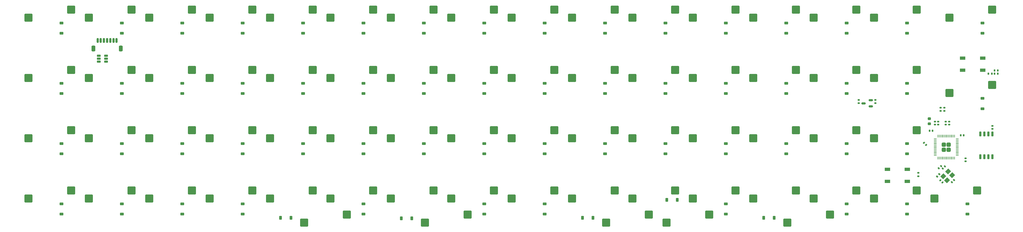
<source format=gbp>
G04 #@! TF.GenerationSoftware,KiCad,Pcbnew,8.0.2-1.fc39*
G04 #@! TF.CreationDate,2024-06-01T14:36:52-04:00*
G04 #@! TF.ProjectId,KeychronQ9OrthoIntegrated,4b657963-6872-46f6-9e51-394f7274686f,rev?*
G04 #@! TF.SameCoordinates,Original*
G04 #@! TF.FileFunction,Paste,Bot*
G04 #@! TF.FilePolarity,Positive*
%FSLAX46Y46*%
G04 Gerber Fmt 4.6, Leading zero omitted, Abs format (unit mm)*
G04 Created by KiCad (PCBNEW 8.0.2-1.fc39) date 2024-06-01 14:36:52*
%MOMM*%
%LPD*%
G01*
G04 APERTURE LIST*
G04 Aperture macros list*
%AMRoundRect*
0 Rectangle with rounded corners*
0 $1 Rounding radius*
0 $2 $3 $4 $5 $6 $7 $8 $9 X,Y pos of 4 corners*
0 Add a 4 corners polygon primitive as box body*
4,1,4,$2,$3,$4,$5,$6,$7,$8,$9,$2,$3,0*
0 Add four circle primitives for the rounded corners*
1,1,$1+$1,$2,$3*
1,1,$1+$1,$4,$5*
1,1,$1+$1,$6,$7*
1,1,$1+$1,$8,$9*
0 Add four rect primitives between the rounded corners*
20,1,$1+$1,$2,$3,$4,$5,0*
20,1,$1+$1,$4,$5,$6,$7,0*
20,1,$1+$1,$6,$7,$8,$9,0*
20,1,$1+$1,$8,$9,$2,$3,0*%
%AMRotRect*
0 Rectangle, with rotation*
0 The origin of the aperture is its center*
0 $1 length*
0 $2 width*
0 $3 Rotation angle, in degrees counterclockwise*
0 Add horizontal line*
21,1,$1,$2,0,0,$3*%
G04 Aperture macros list end*
%ADD10RoundRect,0.140000X0.170000X-0.140000X0.170000X0.140000X-0.170000X0.140000X-0.170000X-0.140000X0*%
%ADD11RoundRect,0.250000X1.025000X1.000000X-1.025000X1.000000X-1.025000X-1.000000X1.025000X-1.000000X0*%
%ADD12RoundRect,0.225000X0.375000X-0.225000X0.375000X0.225000X-0.375000X0.225000X-0.375000X-0.225000X0*%
%ADD13RoundRect,0.150000X0.475000X0.150000X-0.475000X0.150000X-0.475000X-0.150000X0.475000X-0.150000X0*%
%ADD14RoundRect,0.225000X0.225000X0.375000X-0.225000X0.375000X-0.225000X-0.375000X0.225000X-0.375000X0*%
%ADD15RoundRect,0.135000X-0.135000X-0.185000X0.135000X-0.185000X0.135000X0.185000X-0.135000X0.185000X0*%
%ADD16RoundRect,0.135000X-0.185000X0.135000X-0.185000X-0.135000X0.185000X-0.135000X0.185000X0.135000X0*%
%ADD17RoundRect,0.140000X0.021213X-0.219203X0.219203X-0.021213X-0.021213X0.219203X-0.219203X0.021213X0*%
%ADD18RoundRect,0.225000X-0.225000X-0.375000X0.225000X-0.375000X0.225000X0.375000X-0.225000X0.375000X0*%
%ADD19RoundRect,0.140000X-0.140000X-0.170000X0.140000X-0.170000X0.140000X0.170000X-0.140000X0.170000X0*%
%ADD20RoundRect,0.140000X-0.170000X0.140000X-0.170000X-0.140000X0.170000X-0.140000X0.170000X0.140000X0*%
%ADD21RoundRect,0.250000X-1.025000X-1.000000X1.025000X-1.000000X1.025000X1.000000X-1.025000X1.000000X0*%
%ADD22R,1.700000X1.000000*%
%ADD23RoundRect,0.249999X0.395001X0.395001X-0.395001X0.395001X-0.395001X-0.395001X0.395001X-0.395001X0*%
%ADD24RoundRect,0.050000X0.387500X0.050000X-0.387500X0.050000X-0.387500X-0.050000X0.387500X-0.050000X0*%
%ADD25RoundRect,0.050000X0.050000X0.387500X-0.050000X0.387500X-0.050000X-0.387500X0.050000X-0.387500X0*%
%ADD26RoundRect,0.150000X0.512500X0.150000X-0.512500X0.150000X-0.512500X-0.150000X0.512500X-0.150000X0*%
%ADD27RoundRect,0.150000X-0.150000X-0.625000X0.150000X-0.625000X0.150000X0.625000X-0.150000X0.625000X0*%
%ADD28RoundRect,0.250000X-0.350000X-0.650000X0.350000X-0.650000X0.350000X0.650000X-0.350000X0.650000X0*%
%ADD29RoundRect,0.140000X-0.021213X0.219203X-0.219203X0.021213X0.021213X-0.219203X0.219203X-0.021213X0*%
%ADD30RoundRect,0.225000X-0.250000X0.225000X-0.250000X-0.225000X0.250000X-0.225000X0.250000X0.225000X0*%
%ADD31RotRect,1.400000X1.200000X45.000000*%
%ADD32RoundRect,0.150000X0.150000X-0.650000X0.150000X0.650000X-0.150000X0.650000X-0.150000X-0.650000X0*%
%ADD33RoundRect,0.140000X0.219203X0.021213X0.021213X0.219203X-0.219203X-0.021213X-0.021213X-0.219203X0*%
%ADD34RoundRect,0.140000X0.140000X0.170000X-0.140000X0.170000X-0.140000X-0.170000X0.140000X-0.170000X0*%
%ADD35RoundRect,0.135000X0.035355X-0.226274X0.226274X-0.035355X-0.035355X0.226274X-0.226274X0.035355X0*%
G04 APERTURE END LIST*
D10*
G04 #@! TO.C,C2*
X285154448Y-49884600D03*
X285154448Y-48924600D03*
G04 #@! TD*
D11*
G04 #@! TO.C,MX54*
X113290000Y-80010000D03*
X126740000Y-77470000D03*
G04 #@! TD*
G04 #@! TO.C,MX9*
X170440000Y-22860000D03*
X183890000Y-20320000D03*
G04 #@! TD*
D12*
G04 #@! TO.C,D6*
X123731928Y-27843750D03*
X123731928Y-24543750D03*
G04 #@! TD*
G04 #@! TO.C,D56*
X161831896Y-84993750D03*
X161831896Y-81693750D03*
G04 #@! TD*
D11*
G04 #@! TO.C,MX37*
X94240000Y-60960000D03*
X107690000Y-58420000D03*
G04 #@! TD*
D13*
G04 #@! TO.C,U2*
X42549184Y-34917548D03*
X42549184Y-35867548D03*
X42549184Y-36817548D03*
X40199184Y-36817548D03*
X40199184Y-35867548D03*
X40199184Y-34917548D03*
G04 #@! TD*
D12*
G04 #@! TO.C,D43*
X218981848Y-65943750D03*
X218981848Y-62643750D03*
G04 #@! TD*
D11*
G04 #@! TO.C,MX20*
X75190000Y-41910000D03*
X88640000Y-39370000D03*
G04 #@! TD*
D12*
G04 #@! TO.C,D1*
X28482008Y-27843750D03*
X28482008Y-24543750D03*
G04 #@! TD*
G04 #@! TO.C,D3*
X66581976Y-27843750D03*
X66581976Y-24543750D03*
G04 #@! TD*
G04 #@! TO.C,D17*
X28482008Y-46893750D03*
X28482008Y-43593750D03*
G04 #@! TD*
G04 #@! TO.C,D11*
X218981848Y-27843750D03*
X218981848Y-24543750D03*
G04 #@! TD*
G04 #@! TO.C,D45*
X257081816Y-65943750D03*
X257081816Y-62643750D03*
G04 #@! TD*
D11*
G04 #@! TO.C,MX49*
X37090000Y-80010000D03*
X50540000Y-77470000D03*
G04 #@! TD*
D12*
G04 #@! TO.C,D64*
X295181784Y-84993750D03*
X295181784Y-81693750D03*
G04 #@! TD*
D11*
G04 #@! TO.C,MX36*
X75190000Y-60960000D03*
X88640000Y-58420000D03*
G04 #@! TD*
D12*
G04 #@! TO.C,D65*
X314231768Y-84993750D03*
X314231768Y-81693750D03*
G04 #@! TD*
D10*
G04 #@! TO.C,C1*
X279945468Y-49884600D03*
X279945468Y-48924600D03*
G04 #@! TD*
D11*
G04 #@! TO.C,MX16*
X308552500Y-22860000D03*
X322002500Y-20320000D03*
G04 #@! TD*
D12*
G04 #@! TO.C,D27*
X218981848Y-46893750D03*
X218981848Y-43593750D03*
G04 #@! TD*
D14*
G04 #@! TO.C,D59*
X222709375Y-80466352D03*
X219409375Y-80466352D03*
G04 #@! TD*
D11*
G04 #@! TO.C,MX5*
X94240000Y-22860000D03*
X107690000Y-20320000D03*
G04 #@! TD*
D15*
G04 #@! TO.C,R4*
X322800276Y-40574184D03*
X323820276Y-40574184D03*
G04 #@! TD*
D11*
G04 #@! TO.C,MX35*
X56140000Y-60960000D03*
X69590000Y-58420000D03*
G04 #@! TD*
D12*
G04 #@! TO.C,D44*
X238031832Y-65943750D03*
X238031832Y-62643750D03*
G04 #@! TD*
G04 #@! TO.C,D51*
X85631960Y-84993750D03*
X85631960Y-81693750D03*
G04 #@! TD*
G04 #@! TO.C,D22*
X123731928Y-46893750D03*
X123731928Y-43593750D03*
G04 #@! TD*
D11*
G04 #@! TO.C,MX59*
X208540000Y-80010000D03*
X221990000Y-77470000D03*
G04 #@! TD*
G04 #@! TO.C,MX30*
X265690000Y-41910000D03*
X279140000Y-39370000D03*
G04 #@! TD*
G04 #@! TO.C,MX44*
X227590000Y-60960000D03*
X241040000Y-58420000D03*
G04 #@! TD*
D16*
G04 #@! TO.C,R8*
X305748572Y-51375112D03*
X305748572Y-52395112D03*
G04 #@! TD*
D12*
G04 #@! TO.C,D13*
X257081816Y-27843750D03*
X257081816Y-24543750D03*
G04 #@! TD*
D11*
G04 #@! TO.C,MX50*
X56140000Y-80010000D03*
X69590000Y-77470000D03*
G04 #@! TD*
D12*
G04 #@! TO.C,D15*
X295181784Y-27843750D03*
X295181784Y-24543750D03*
G04 #@! TD*
D17*
G04 #@! TO.C,C10*
X309278689Y-74846379D03*
X309957511Y-74167557D03*
G04 #@! TD*
D11*
G04 #@! TO.C,MX56*
X151390000Y-80010000D03*
X164840000Y-77470000D03*
G04 #@! TD*
D12*
G04 #@! TO.C,D31*
X295181784Y-46893750D03*
X295181784Y-43593750D03*
G04 #@! TD*
G04 #@! TO.C,D41*
X180881880Y-65943750D03*
X180881880Y-62643750D03*
G04 #@! TD*
D11*
G04 #@! TO.C,MX47*
X284740000Y-60960000D03*
X298190000Y-58420000D03*
G04 #@! TD*
D16*
G04 #@! TO.C,R7*
X306939196Y-51375112D03*
X306939196Y-52395112D03*
G04 #@! TD*
D18*
G04 #@! TO.C,D62*
X249968750Y-86121875D03*
X253268750Y-86121875D03*
G04 #@! TD*
D19*
G04 #@! TO.C,C7*
X312114660Y-60070652D03*
X313074660Y-60070652D03*
G04 #@! TD*
D12*
G04 #@! TO.C,D29*
X257081816Y-46893750D03*
X257081816Y-43593750D03*
G04 #@! TD*
D11*
G04 #@! TO.C,MX42*
X189490000Y-60960000D03*
X202940000Y-58420000D03*
G04 #@! TD*
G04 #@! TO.C,MX1*
X18040000Y-22860000D03*
X31490000Y-20320000D03*
G04 #@! TD*
D12*
G04 #@! TO.C,D19*
X66581976Y-46893750D03*
X66581976Y-43593750D03*
G04 #@! TD*
D11*
G04 #@! TO.C,MX65*
X303790000Y-80010000D03*
X317240000Y-77470000D03*
G04 #@! TD*
G04 #@! TO.C,MX40*
X151390000Y-60960000D03*
X164840000Y-58420000D03*
G04 #@! TD*
D12*
G04 #@! TO.C,D30*
X276131800Y-46893750D03*
X276131800Y-43593750D03*
G04 #@! TD*
D20*
G04 #@! TO.C,C8*
X313636456Y-67329708D03*
X313636456Y-68289708D03*
G04 #@! TD*
D12*
G04 #@! TO.C,D12*
X238031832Y-27843750D03*
X238031832Y-24543750D03*
G04 #@! TD*
D10*
G04 #@! TO.C,C3*
X305004432Y-56681124D03*
X305004432Y-55721124D03*
G04 #@! TD*
D12*
G04 #@! TO.C,D7*
X142781912Y-27843750D03*
X142781912Y-24543750D03*
G04 #@! TD*
D11*
G04 #@! TO.C,MX28*
X227590000Y-41910000D03*
X241040000Y-39370000D03*
G04 #@! TD*
D18*
G04 #@! TO.C,D55*
X135668750Y-86270644D03*
X138968750Y-86270644D03*
G04 #@! TD*
D21*
G04 #@! TO.C,MX67*
X270884792Y-85090000D03*
X257434792Y-87630000D03*
G04 #@! TD*
D12*
G04 #@! TO.C,D38*
X123731928Y-65943750D03*
X123731928Y-62643750D03*
G04 #@! TD*
D11*
G04 #@! TO.C,MX63*
X265690000Y-80010000D03*
X279140000Y-77470000D03*
G04 #@! TD*
D12*
G04 #@! TO.C,D23*
X142781912Y-46893750D03*
X142781912Y-43593750D03*
G04 #@! TD*
G04 #@! TO.C,D18*
X47531992Y-46893750D03*
X47531992Y-43593750D03*
G04 #@! TD*
D15*
G04 #@! TO.C,R6*
X322800276Y-39532388D03*
X323820276Y-39532388D03*
G04 #@! TD*
D11*
G04 #@! TO.C,MX19*
X56140000Y-41910000D03*
X69590000Y-39370000D03*
G04 #@! TD*
D22*
G04 #@! TO.C,RST1*
X295250000Y-70821032D03*
X288950000Y-70821032D03*
X295250000Y-74621032D03*
X288950000Y-74621032D03*
G04 #@! TD*
D11*
G04 #@! TO.C,MX51*
X75190000Y-80010000D03*
X88640000Y-77470000D03*
G04 #@! TD*
D23*
G04 #@! TO.C,U3*
X308334508Y-64591352D03*
X308334508Y-62991352D03*
X306734508Y-64591352D03*
X306734508Y-62991352D03*
D24*
X310972008Y-61191352D03*
X310972008Y-61591352D03*
X310972008Y-61991352D03*
X310972008Y-62391352D03*
X310972008Y-62791352D03*
X310972008Y-63191352D03*
X310972008Y-63591352D03*
X310972008Y-63991352D03*
X310972008Y-64391352D03*
X310972008Y-64791352D03*
X310972008Y-65191352D03*
X310972008Y-65591352D03*
X310972008Y-65991352D03*
X310972008Y-66391352D03*
D25*
X310134508Y-67228852D03*
X309734508Y-67228852D03*
X309334508Y-67228852D03*
X308934508Y-67228852D03*
X308534508Y-67228852D03*
X308134508Y-67228852D03*
X307734508Y-67228852D03*
X307334508Y-67228852D03*
X306934508Y-67228852D03*
X306534508Y-67228852D03*
X306134508Y-67228852D03*
X305734508Y-67228852D03*
X305334508Y-67228852D03*
X304934508Y-67228852D03*
D24*
X304097008Y-66391352D03*
X304097008Y-65991352D03*
X304097008Y-65591352D03*
X304097008Y-65191352D03*
X304097008Y-64791352D03*
X304097008Y-64391352D03*
X304097008Y-63991352D03*
X304097008Y-63591352D03*
X304097008Y-63191352D03*
X304097008Y-62791352D03*
X304097008Y-62391352D03*
X304097008Y-61991352D03*
X304097008Y-61591352D03*
X304097008Y-61191352D03*
D25*
X304934508Y-60353852D03*
X305334508Y-60353852D03*
X305734508Y-60353852D03*
X306134508Y-60353852D03*
X306534508Y-60353852D03*
X306934508Y-60353852D03*
X307334508Y-60353852D03*
X307734508Y-60353852D03*
X308134508Y-60353852D03*
X308534508Y-60353852D03*
X308934508Y-60353852D03*
X309334508Y-60353852D03*
X309734508Y-60353852D03*
X310134508Y-60353852D03*
G04 #@! TD*
D12*
G04 #@! TO.C,D21*
X104681944Y-46893750D03*
X104681944Y-43593750D03*
G04 #@! TD*
G04 #@! TO.C,D49*
X47531992Y-84993750D03*
X47531992Y-81693750D03*
G04 #@! TD*
D26*
G04 #@! TO.C,U1*
X283712500Y-49000348D03*
X283712500Y-50900348D03*
X281437500Y-49950348D03*
G04 #@! TD*
D18*
G04 #@! TO.C,D52*
X97568750Y-86121875D03*
X100868750Y-86121875D03*
G04 #@! TD*
D11*
G04 #@! TO.C,MX31*
X284740000Y-41910000D03*
X298190000Y-39370000D03*
G04 #@! TD*
D12*
G04 #@! TO.C,D4*
X85631960Y-27843750D03*
X85631960Y-24543750D03*
G04 #@! TD*
D11*
G04 #@! TO.C,MX10*
X189490000Y-22860000D03*
X202940000Y-20320000D03*
G04 #@! TD*
D12*
G04 #@! TO.C,D50*
X66581976Y-84993750D03*
X66581976Y-81693750D03*
G04 #@! TD*
D11*
G04 #@! TO.C,MX12*
X227590000Y-22860000D03*
X241040000Y-20320000D03*
G04 #@! TD*
G04 #@! TO.C,MX23*
X132340000Y-41910000D03*
X145790000Y-39370000D03*
G04 #@! TD*
G04 #@! TO.C,MX17*
X18040000Y-41910000D03*
X31490000Y-39370000D03*
G04 #@! TD*
D27*
G04 #@! TO.C,J1*
X39862464Y-30077708D03*
X40862464Y-30077708D03*
X41862464Y-30077708D03*
X42862464Y-30077708D03*
X43862464Y-30077708D03*
X44862464Y-30077708D03*
X45862464Y-30077708D03*
D28*
X38562464Y-32602708D03*
X47162464Y-32602708D03*
G04 #@! TD*
D11*
G04 #@! TO.C,MX24*
X151390000Y-41910000D03*
X164840000Y-39370000D03*
G04 #@! TD*
D12*
G04 #@! TO.C,D61*
X238031832Y-84993750D03*
X238031832Y-81693750D03*
G04 #@! TD*
G04 #@! TO.C,D35*
X66581976Y-65943750D03*
X66581976Y-62643750D03*
G04 #@! TD*
D29*
G04 #@! TO.C,C13*
X307072937Y-69896056D03*
X306394115Y-70574878D03*
G04 #@! TD*
D12*
G04 #@! TO.C,D32*
X318994264Y-51656250D03*
X318994264Y-48356250D03*
G04 #@! TD*
D11*
G04 #@! TO.C,MX27*
X208540000Y-41910000D03*
X221990000Y-39370000D03*
G04 #@! TD*
G04 #@! TO.C,MX26*
X189490000Y-41910000D03*
X202940000Y-39370000D03*
G04 #@! TD*
D12*
G04 #@! TO.C,D48*
X28482008Y-84993750D03*
X28482008Y-81693750D03*
G04 #@! TD*
G04 #@! TO.C,D26*
X199931864Y-46893750D03*
X199931864Y-43593750D03*
G04 #@! TD*
D11*
G04 #@! TO.C,MX13*
X246640000Y-22860000D03*
X260090000Y-20320000D03*
G04 #@! TD*
D21*
G04 #@! TO.C,MX53*
X118485000Y-85090000D03*
X105035000Y-87630000D03*
G04 #@! TD*
D30*
G04 #@! TO.C,C5*
X302176700Y-54830812D03*
X302176700Y-56380812D03*
G04 #@! TD*
D12*
G04 #@! TO.C,D39*
X142781912Y-65943750D03*
X142781912Y-62643750D03*
G04 #@! TD*
D31*
G04 #@! TO.C,Y1*
X306602134Y-73046637D03*
X308157769Y-71491002D03*
X309359850Y-72693083D03*
X307804215Y-74248718D03*
G04 #@! TD*
D11*
G04 #@! TO.C,MX62*
X246640000Y-80010000D03*
X260090000Y-77470000D03*
G04 #@! TD*
D10*
G04 #@! TO.C,C16*
X308427476Y-56681124D03*
X308427476Y-55721124D03*
G04 #@! TD*
D11*
G04 #@! TO.C,MX4*
X75190000Y-22860000D03*
X88640000Y-20320000D03*
G04 #@! TD*
G04 #@! TO.C,MX43*
X208540000Y-60960000D03*
X221990000Y-58420000D03*
G04 #@! TD*
G04 #@! TO.C,MX52*
X94240000Y-80010000D03*
X107690000Y-77470000D03*
G04 #@! TD*
G04 #@! TO.C,MX41*
X170440000Y-60960000D03*
X183890000Y-58420000D03*
G04 #@! TD*
D12*
G04 #@! TO.C,D9*
X180881880Y-27843750D03*
X180881880Y-24543750D03*
G04 #@! TD*
D11*
G04 #@! TO.C,MX15*
X284740000Y-22860000D03*
X298190000Y-20320000D03*
G04 #@! TD*
D10*
G04 #@! TO.C,C11*
X322119652Y-58020576D03*
X322119652Y-57060576D03*
G04 #@! TD*
D11*
G04 #@! TO.C,MX57*
X170440000Y-80010000D03*
X183890000Y-77470000D03*
G04 #@! TD*
D18*
G04 #@! TO.C,D58*
X192818750Y-86121875D03*
X196118750Y-86121875D03*
G04 #@! TD*
D11*
G04 #@! TO.C,MX38*
X113290000Y-60960000D03*
X126740000Y-58420000D03*
G04 #@! TD*
D21*
G04 #@! TO.C,MX66*
X156585000Y-85090000D03*
X143135000Y-87630000D03*
G04 #@! TD*
D12*
G04 #@! TO.C,D37*
X104681944Y-65943750D03*
X104681944Y-62643750D03*
G04 #@! TD*
G04 #@! TO.C,D40*
X161831896Y-65943750D03*
X161831896Y-62643750D03*
G04 #@! TD*
D11*
G04 #@! TO.C,MX14*
X265690000Y-22860000D03*
X279140000Y-20320000D03*
G04 #@! TD*
D15*
G04 #@! TO.C,R3*
X320865512Y-40574184D03*
X321885512Y-40574184D03*
G04 #@! TD*
D11*
G04 #@! TO.C,MX11*
X208540000Y-22860000D03*
X221990000Y-20320000D03*
G04 #@! TD*
D32*
G04 #@! TO.C,U4*
X322089888Y-66796040D03*
X320819888Y-66796040D03*
X319549888Y-66796040D03*
X318279888Y-66796040D03*
X318279888Y-59596040D03*
X319549888Y-59596040D03*
X320819888Y-59596040D03*
X322089888Y-59596040D03*
G04 #@! TD*
D11*
G04 #@! TO.C,MX48*
X18040000Y-80010000D03*
X31490000Y-77470000D03*
G04 #@! TD*
D12*
G04 #@! TO.C,D42*
X199931864Y-65943750D03*
X199931864Y-62643750D03*
G04 #@! TD*
G04 #@! TO.C,D14*
X276131800Y-27843750D03*
X276131800Y-24543750D03*
G04 #@! TD*
D11*
G04 #@! TO.C,MX21*
X94240000Y-41910000D03*
X107690000Y-39370000D03*
G04 #@! TD*
G04 #@! TO.C,MX25*
X170440000Y-41910000D03*
X183890000Y-39370000D03*
G04 #@! TD*
D12*
G04 #@! TO.C,D28*
X238031832Y-46893750D03*
X238031832Y-43593750D03*
G04 #@! TD*
G04 #@! TO.C,D10*
X199931864Y-27843750D03*
X199931864Y-24543750D03*
G04 #@! TD*
D11*
G04 #@! TO.C,MX32*
X308552500Y-46672500D03*
X322002500Y-44132500D03*
G04 #@! TD*
D33*
G04 #@! TO.C,C12*
X306385639Y-74995207D03*
X305706817Y-74316385D03*
G04 #@! TD*
D11*
G04 #@! TO.C,MX22*
X113290000Y-41910000D03*
X126740000Y-39370000D03*
G04 #@! TD*
D12*
G04 #@! TO.C,D54*
X123731928Y-84993750D03*
X123731928Y-81693750D03*
G04 #@! TD*
G04 #@! TO.C,D16*
X318994264Y-27843750D03*
X318994264Y-24543750D03*
G04 #@! TD*
D11*
G04 #@! TO.C,MX46*
X265690000Y-60960000D03*
X279140000Y-58420000D03*
G04 #@! TD*
D12*
G04 #@! TO.C,D36*
X85631960Y-65943750D03*
X85631960Y-62643750D03*
G04 #@! TD*
G04 #@! TO.C,D33*
X28482008Y-65943750D03*
X28482008Y-62643750D03*
G04 #@! TD*
D11*
G04 #@! TO.C,MX39*
X132340000Y-60960000D03*
X145790000Y-58420000D03*
G04 #@! TD*
D12*
G04 #@! TO.C,D63*
X276131800Y-84993750D03*
X276131800Y-81693750D03*
G04 #@! TD*
D22*
G04 #@! TO.C,BOOT1*
X319018876Y-35697624D03*
X312718876Y-35697624D03*
X319018876Y-39497624D03*
X312718876Y-39497624D03*
G04 #@! TD*
D29*
G04 #@! TO.C,C4*
X305880734Y-69778837D03*
X305201912Y-70457659D03*
G04 #@! TD*
D11*
G04 #@! TO.C,MX29*
X246640000Y-41910000D03*
X260090000Y-39370000D03*
G04 #@! TD*
G04 #@! TO.C,MX61*
X227590000Y-80010000D03*
X241040000Y-77470000D03*
G04 #@! TD*
G04 #@! TO.C,MX33*
X18040000Y-60960000D03*
X31490000Y-58420000D03*
G04 #@! TD*
D12*
G04 #@! TO.C,D2*
X47531992Y-27843750D03*
X47531992Y-24543750D03*
G04 #@! TD*
D11*
G04 #@! TO.C,MX34*
X37090000Y-60960000D03*
X50540000Y-58420000D03*
G04 #@! TD*
D10*
G04 #@! TO.C,C14*
X303962636Y-56681124D03*
X303962636Y-55721124D03*
G04 #@! TD*
D12*
G04 #@! TO.C,D46*
X276131800Y-65943750D03*
X276131800Y-62643750D03*
G04 #@! TD*
G04 #@! TO.C,D25*
X180881880Y-46893750D03*
X180881880Y-43593750D03*
G04 #@! TD*
G04 #@! TO.C,D47*
X295181784Y-65943750D03*
X295181784Y-62643750D03*
G04 #@! TD*
D11*
G04 #@! TO.C,MX45*
X246640000Y-60960000D03*
X260090000Y-58420000D03*
G04 #@! TD*
D12*
G04 #@! TO.C,D57*
X180881880Y-84993750D03*
X180881880Y-81693750D03*
G04 #@! TD*
D21*
G04 #@! TO.C,MX68*
X213735000Y-85090000D03*
X200285000Y-87630000D03*
G04 #@! TD*
D16*
G04 #@! TO.C,R5*
X298753656Y-71954384D03*
X298753656Y-72974384D03*
G04 #@! TD*
D11*
G04 #@! TO.C,MX64*
X284740000Y-80010000D03*
X298190000Y-77470000D03*
G04 #@! TD*
G04 #@! TO.C,MX18*
X37090000Y-41910000D03*
X50540000Y-39370000D03*
G04 #@! TD*
D12*
G04 #@! TO.C,D8*
X161831896Y-27843750D03*
X161831896Y-24543750D03*
G04 #@! TD*
D33*
G04 #@! TO.C,C9*
X301176659Y-63088967D03*
X300497837Y-62410145D03*
G04 #@! TD*
D10*
G04 #@! TO.C,C15*
X307385680Y-56681124D03*
X307385680Y-55721124D03*
G04 #@! TD*
D12*
G04 #@! TO.C,D24*
X161831896Y-46893750D03*
X161831896Y-43593750D03*
G04 #@! TD*
D11*
G04 #@! TO.C,MX55*
X132340000Y-80010000D03*
X145790000Y-77470000D03*
G04 #@! TD*
D21*
G04 #@! TO.C,MX60*
X232785000Y-85090000D03*
X219335000Y-87630000D03*
G04 #@! TD*
D34*
G04 #@! TO.C,C6*
X303252012Y-58582372D03*
X302292012Y-58582372D03*
G04 #@! TD*
D12*
G04 #@! TO.C,D34*
X47531992Y-65943750D03*
X47531992Y-62643750D03*
G04 #@! TD*
D11*
G04 #@! TO.C,MX2*
X37090000Y-22860000D03*
X50540000Y-20320000D03*
G04 #@! TD*
G04 #@! TO.C,MX58*
X189490000Y-80010000D03*
X202940000Y-77470000D03*
G04 #@! TD*
G04 #@! TO.C,MX6*
X113290000Y-22860000D03*
X126740000Y-20320000D03*
G04 #@! TD*
D12*
G04 #@! TO.C,D20*
X85631960Y-46893750D03*
X85631960Y-43593750D03*
G04 #@! TD*
D11*
G04 #@! TO.C,MX8*
X151390000Y-22860000D03*
X164840000Y-20320000D03*
G04 #@! TD*
D35*
G04 #@! TO.C,R9*
X304643808Y-73081656D03*
X305365056Y-72360408D03*
G04 #@! TD*
D11*
G04 #@! TO.C,MX7*
X132340000Y-22860000D03*
X145790000Y-20320000D03*
G04 #@! TD*
G04 #@! TO.C,MX3*
X56140000Y-22860000D03*
X69590000Y-20320000D03*
G04 #@! TD*
D12*
G04 #@! TO.C,D5*
X104681944Y-27843750D03*
X104681944Y-24543750D03*
G04 #@! TD*
M02*

</source>
